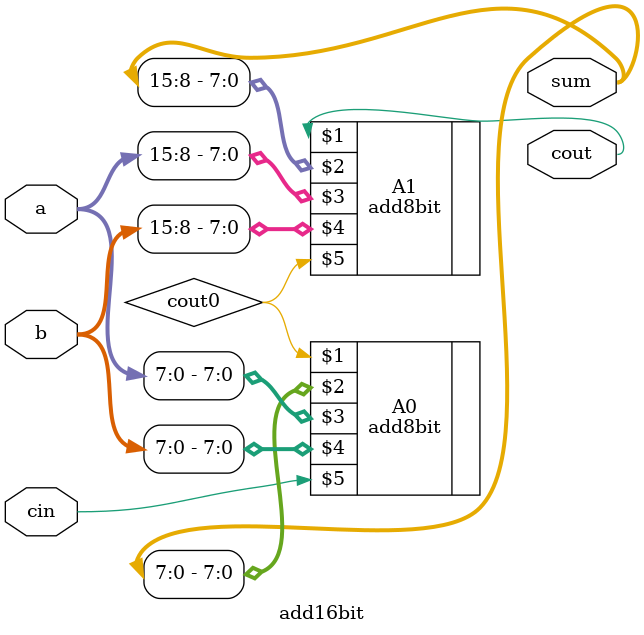
<source format=v>
module add16bit(cout, sum, a, b, cin);

  output [15:0] sum;
  output cout;
  input cin;
  input [15:0] a, b;
  wire cout0;

  add8bit A0(cout0, sum[7:0], a[7:0], b[7:0], cin);
  add8bit A1(cout, sum[15:8], a[15:8], b[15:8], cout0);

  always@(sum) begin
//	  //$display("a is %b", a);
//	  //$display("b is %b", b);
//	  //$display("Sum is %b", sum);
  end
endmodule

</source>
